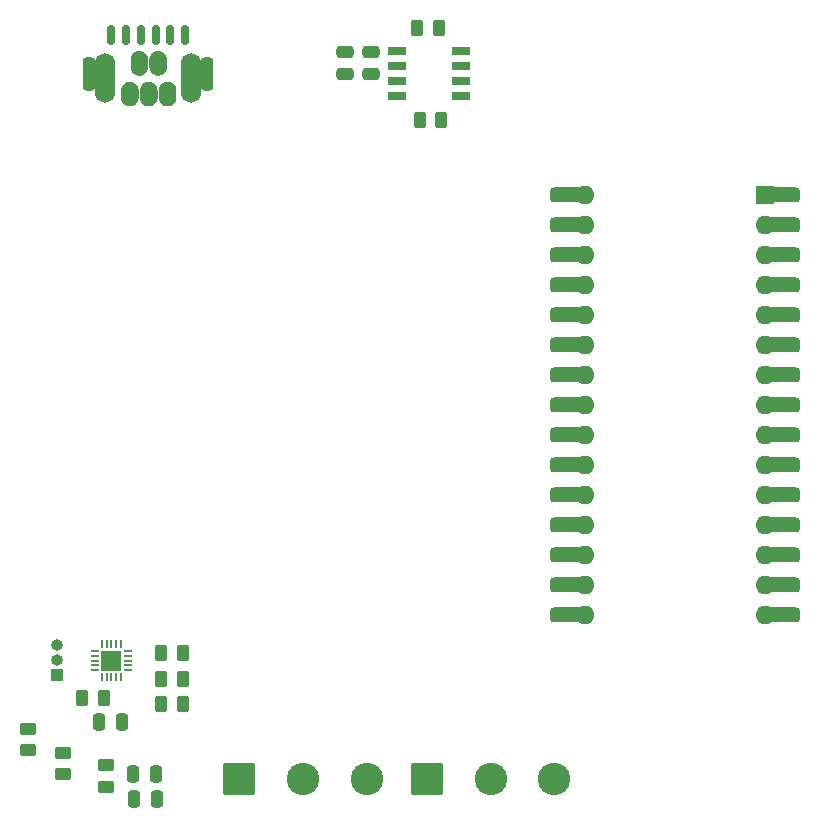
<source format=gbr>
%TF.GenerationSoftware,KiCad,Pcbnew,7.0.7-rc1*%
%TF.CreationDate,2024-04-11T15:56:59-04:00*%
%TF.ProjectId,Moving_PCB,4d6f7669-6e67-45f5-9043-422e6b696361,rev?*%
%TF.SameCoordinates,Original*%
%TF.FileFunction,Soldermask,Bot*%
%TF.FilePolarity,Negative*%
%FSLAX46Y46*%
G04 Gerber Fmt 4.6, Leading zero omitted, Abs format (unit mm)*
G04 Created by KiCad (PCBNEW 7.0.7-rc1) date 2024-04-11 15:56:59*
%MOMM*%
%LPD*%
G01*
G04 APERTURE LIST*
G04 Aperture macros list*
%AMRoundRect*
0 Rectangle with rounded corners*
0 $1 Rounding radius*
0 $2 $3 $4 $5 $6 $7 $8 $9 X,Y pos of 4 corners*
0 Add a 4 corners polygon primitive as box body*
4,1,4,$2,$3,$4,$5,$6,$7,$8,$9,$2,$3,0*
0 Add four circle primitives for the rounded corners*
1,1,$1+$1,$2,$3*
1,1,$1+$1,$4,$5*
1,1,$1+$1,$6,$7*
1,1,$1+$1,$8,$9*
0 Add four rect primitives between the rounded corners*
20,1,$1+$1,$2,$3,$4,$5,0*
20,1,$1+$1,$4,$5,$6,$7,0*
20,1,$1+$1,$6,$7,$8,$9,0*
20,1,$1+$1,$8,$9,$2,$3,0*%
G04 Aperture macros list end*
%ADD10C,0.010000*%
%ADD11R,1.000000X1.000000*%
%ADD12O,1.000000X1.000000*%
%ADD13O,1.704000X4.204000*%
%ADD14RoundRect,0.250000X-1.125000X-1.125000X1.125000X-1.125000X1.125000X1.125000X-1.125000X1.125000X0*%
%ADD15C,2.750000*%
%ADD16RoundRect,0.250000X-0.450000X0.262500X-0.450000X-0.262500X0.450000X-0.262500X0.450000X0.262500X0*%
%ADD17R,1.600000X1.600000*%
%ADD18RoundRect,0.317500X1.112500X0.317500X-1.112500X0.317500X-1.112500X-0.317500X1.112500X-0.317500X0*%
%ADD19O,1.600000X1.600000*%
%ADD20R,1.500000X0.650000*%
%ADD21RoundRect,0.250000X0.475000X-0.250000X0.475000X0.250000X-0.475000X0.250000X-0.475000X-0.250000X0*%
%ADD22RoundRect,0.250000X-0.262500X-0.450000X0.262500X-0.450000X0.262500X0.450000X-0.262500X0.450000X0*%
%ADD23RoundRect,0.250000X0.250000X0.475000X-0.250000X0.475000X-0.250000X-0.475000X0.250000X-0.475000X0*%
%ADD24RoundRect,0.150000X-0.150000X-0.700000X0.150000X-0.700000X0.150000X0.700000X-0.150000X0.700000X0*%
%ADD25RoundRect,0.250000X-0.250000X-1.150000X0.250000X-1.150000X0.250000X1.150000X-0.250000X1.150000X0*%
%ADD26RoundRect,0.250000X0.262500X0.450000X-0.262500X0.450000X-0.262500X-0.450000X0.262500X-0.450000X0*%
%ADD27R,0.203200X0.762000*%
%ADD28R,0.762000X0.203200*%
%ADD29R,1.803400X1.803400*%
G04 APERTURE END LIST*
%TO.C,J7*%
D10*
X122837000Y-62301000D02*
X122873000Y-62304000D01*
X122910000Y-62309000D01*
X122946000Y-62315000D01*
X122981000Y-62324000D01*
X123016000Y-62334000D01*
X123051000Y-62346000D01*
X123085000Y-62361000D01*
X123118000Y-62376000D01*
X123150000Y-62394000D01*
X123181000Y-62413000D01*
X123211000Y-62434000D01*
X123241000Y-62456000D01*
X123268000Y-62480000D01*
X123295000Y-62505000D01*
X123320000Y-62532000D01*
X123344000Y-62559000D01*
X123366000Y-62589000D01*
X123387000Y-62619000D01*
X123406000Y-62650000D01*
X123424000Y-62682000D01*
X123439000Y-62715000D01*
X123454000Y-62749000D01*
X123466000Y-62784000D01*
X123476000Y-62819000D01*
X123485000Y-62854000D01*
X123491000Y-62890000D01*
X123496000Y-62927000D01*
X123499000Y-62963000D01*
X123500000Y-63000000D01*
X123500000Y-63600000D01*
X123499000Y-63637000D01*
X123496000Y-63673000D01*
X123491000Y-63710000D01*
X123485000Y-63746000D01*
X123476000Y-63781000D01*
X123466000Y-63816000D01*
X123454000Y-63851000D01*
X123439000Y-63885000D01*
X123424000Y-63918000D01*
X123406000Y-63950000D01*
X123387000Y-63981000D01*
X123366000Y-64011000D01*
X123344000Y-64041000D01*
X123320000Y-64068000D01*
X123295000Y-64095000D01*
X123268000Y-64120000D01*
X123241000Y-64144000D01*
X123211000Y-64166000D01*
X123181000Y-64187000D01*
X123150000Y-64206000D01*
X123118000Y-64224000D01*
X123085000Y-64239000D01*
X123051000Y-64254000D01*
X123016000Y-64266000D01*
X122981000Y-64276000D01*
X122946000Y-64285000D01*
X122910000Y-64291000D01*
X122873000Y-64296000D01*
X122837000Y-64299000D01*
X122800000Y-64300000D01*
X122763000Y-64299000D01*
X122727000Y-64296000D01*
X122690000Y-64291000D01*
X122654000Y-64285000D01*
X122619000Y-64276000D01*
X122584000Y-64266000D01*
X122549000Y-64254000D01*
X122515000Y-64239000D01*
X122482000Y-64224000D01*
X122450000Y-64206000D01*
X122419000Y-64187000D01*
X122389000Y-64166000D01*
X122359000Y-64144000D01*
X122332000Y-64120000D01*
X122305000Y-64095000D01*
X122280000Y-64068000D01*
X122256000Y-64041000D01*
X122234000Y-64011000D01*
X122213000Y-63981000D01*
X122194000Y-63950000D01*
X122176000Y-63918000D01*
X122161000Y-63885000D01*
X122146000Y-63851000D01*
X122134000Y-63816000D01*
X122124000Y-63781000D01*
X122115000Y-63746000D01*
X122109000Y-63710000D01*
X122104000Y-63673000D01*
X122101000Y-63637000D01*
X122100000Y-63600000D01*
X122100000Y-63000000D01*
X122101000Y-62963000D01*
X122104000Y-62927000D01*
X122109000Y-62890000D01*
X122115000Y-62854000D01*
X122124000Y-62819000D01*
X122134000Y-62784000D01*
X122146000Y-62749000D01*
X122161000Y-62715000D01*
X122176000Y-62682000D01*
X122194000Y-62650000D01*
X122213000Y-62619000D01*
X122234000Y-62589000D01*
X122256000Y-62559000D01*
X122280000Y-62532000D01*
X122305000Y-62505000D01*
X122332000Y-62480000D01*
X122359000Y-62456000D01*
X122389000Y-62434000D01*
X122419000Y-62413000D01*
X122450000Y-62394000D01*
X122482000Y-62376000D01*
X122515000Y-62361000D01*
X122549000Y-62346000D01*
X122584000Y-62334000D01*
X122619000Y-62324000D01*
X122654000Y-62315000D01*
X122690000Y-62309000D01*
X122727000Y-62304000D01*
X122763000Y-62301000D01*
X122800000Y-62300000D01*
X122837000Y-62301000D01*
G36*
X122837000Y-62301000D02*
G01*
X122873000Y-62304000D01*
X122910000Y-62309000D01*
X122946000Y-62315000D01*
X122981000Y-62324000D01*
X123016000Y-62334000D01*
X123051000Y-62346000D01*
X123085000Y-62361000D01*
X123118000Y-62376000D01*
X123150000Y-62394000D01*
X123181000Y-62413000D01*
X123211000Y-62434000D01*
X123241000Y-62456000D01*
X123268000Y-62480000D01*
X123295000Y-62505000D01*
X123320000Y-62532000D01*
X123344000Y-62559000D01*
X123366000Y-62589000D01*
X123387000Y-62619000D01*
X123406000Y-62650000D01*
X123424000Y-62682000D01*
X123439000Y-62715000D01*
X123454000Y-62749000D01*
X123466000Y-62784000D01*
X123476000Y-62819000D01*
X123485000Y-62854000D01*
X123491000Y-62890000D01*
X123496000Y-62927000D01*
X123499000Y-62963000D01*
X123500000Y-63000000D01*
X123500000Y-63600000D01*
X123499000Y-63637000D01*
X123496000Y-63673000D01*
X123491000Y-63710000D01*
X123485000Y-63746000D01*
X123476000Y-63781000D01*
X123466000Y-63816000D01*
X123454000Y-63851000D01*
X123439000Y-63885000D01*
X123424000Y-63918000D01*
X123406000Y-63950000D01*
X123387000Y-63981000D01*
X123366000Y-64011000D01*
X123344000Y-64041000D01*
X123320000Y-64068000D01*
X123295000Y-64095000D01*
X123268000Y-64120000D01*
X123241000Y-64144000D01*
X123211000Y-64166000D01*
X123181000Y-64187000D01*
X123150000Y-64206000D01*
X123118000Y-64224000D01*
X123085000Y-64239000D01*
X123051000Y-64254000D01*
X123016000Y-64266000D01*
X122981000Y-64276000D01*
X122946000Y-64285000D01*
X122910000Y-64291000D01*
X122873000Y-64296000D01*
X122837000Y-64299000D01*
X122800000Y-64300000D01*
X122763000Y-64299000D01*
X122727000Y-64296000D01*
X122690000Y-64291000D01*
X122654000Y-64285000D01*
X122619000Y-64276000D01*
X122584000Y-64266000D01*
X122549000Y-64254000D01*
X122515000Y-64239000D01*
X122482000Y-64224000D01*
X122450000Y-64206000D01*
X122419000Y-64187000D01*
X122389000Y-64166000D01*
X122359000Y-64144000D01*
X122332000Y-64120000D01*
X122305000Y-64095000D01*
X122280000Y-64068000D01*
X122256000Y-64041000D01*
X122234000Y-64011000D01*
X122213000Y-63981000D01*
X122194000Y-63950000D01*
X122176000Y-63918000D01*
X122161000Y-63885000D01*
X122146000Y-63851000D01*
X122134000Y-63816000D01*
X122124000Y-63781000D01*
X122115000Y-63746000D01*
X122109000Y-63710000D01*
X122104000Y-63673000D01*
X122101000Y-63637000D01*
X122100000Y-63600000D01*
X122100000Y-63000000D01*
X122101000Y-62963000D01*
X122104000Y-62927000D01*
X122109000Y-62890000D01*
X122115000Y-62854000D01*
X122124000Y-62819000D01*
X122134000Y-62784000D01*
X122146000Y-62749000D01*
X122161000Y-62715000D01*
X122176000Y-62682000D01*
X122194000Y-62650000D01*
X122213000Y-62619000D01*
X122234000Y-62589000D01*
X122256000Y-62559000D01*
X122280000Y-62532000D01*
X122305000Y-62505000D01*
X122332000Y-62480000D01*
X122359000Y-62456000D01*
X122389000Y-62434000D01*
X122419000Y-62413000D01*
X122450000Y-62394000D01*
X122482000Y-62376000D01*
X122515000Y-62361000D01*
X122549000Y-62346000D01*
X122584000Y-62334000D01*
X122619000Y-62324000D01*
X122654000Y-62315000D01*
X122690000Y-62309000D01*
X122727000Y-62304000D01*
X122763000Y-62301000D01*
X122800000Y-62300000D01*
X122837000Y-62301000D01*
G37*
X122037000Y-59701000D02*
X122073000Y-59704000D01*
X122110000Y-59709000D01*
X122146000Y-59715000D01*
X122181000Y-59724000D01*
X122216000Y-59734000D01*
X122251000Y-59746000D01*
X122285000Y-59761000D01*
X122318000Y-59776000D01*
X122350000Y-59794000D01*
X122381000Y-59813000D01*
X122411000Y-59834000D01*
X122441000Y-59856000D01*
X122468000Y-59880000D01*
X122495000Y-59905000D01*
X122520000Y-59932000D01*
X122544000Y-59959000D01*
X122566000Y-59989000D01*
X122587000Y-60019000D01*
X122606000Y-60050000D01*
X122624000Y-60082000D01*
X122639000Y-60115000D01*
X122654000Y-60149000D01*
X122666000Y-60184000D01*
X122676000Y-60219000D01*
X122685000Y-60254000D01*
X122691000Y-60290000D01*
X122696000Y-60327000D01*
X122699000Y-60363000D01*
X122700000Y-60400000D01*
X122700000Y-61000000D01*
X122699000Y-61037000D01*
X122696000Y-61073000D01*
X122691000Y-61110000D01*
X122685000Y-61146000D01*
X122676000Y-61181000D01*
X122666000Y-61216000D01*
X122654000Y-61251000D01*
X122639000Y-61285000D01*
X122624000Y-61318000D01*
X122606000Y-61350000D01*
X122587000Y-61381000D01*
X122566000Y-61411000D01*
X122544000Y-61441000D01*
X122520000Y-61468000D01*
X122495000Y-61495000D01*
X122468000Y-61520000D01*
X122441000Y-61544000D01*
X122411000Y-61566000D01*
X122381000Y-61587000D01*
X122350000Y-61606000D01*
X122318000Y-61624000D01*
X122285000Y-61639000D01*
X122251000Y-61654000D01*
X122216000Y-61666000D01*
X122181000Y-61676000D01*
X122146000Y-61685000D01*
X122110000Y-61691000D01*
X122073000Y-61696000D01*
X122037000Y-61699000D01*
X122000000Y-61700000D01*
X121963000Y-61699000D01*
X121927000Y-61696000D01*
X121890000Y-61691000D01*
X121854000Y-61685000D01*
X121819000Y-61676000D01*
X121784000Y-61666000D01*
X121749000Y-61654000D01*
X121715000Y-61639000D01*
X121682000Y-61624000D01*
X121650000Y-61606000D01*
X121619000Y-61587000D01*
X121589000Y-61566000D01*
X121559000Y-61544000D01*
X121532000Y-61520000D01*
X121505000Y-61495000D01*
X121480000Y-61468000D01*
X121456000Y-61441000D01*
X121434000Y-61411000D01*
X121413000Y-61381000D01*
X121394000Y-61350000D01*
X121376000Y-61318000D01*
X121361000Y-61285000D01*
X121346000Y-61251000D01*
X121334000Y-61216000D01*
X121324000Y-61181000D01*
X121315000Y-61146000D01*
X121309000Y-61110000D01*
X121304000Y-61073000D01*
X121301000Y-61037000D01*
X121300000Y-61000000D01*
X121300000Y-60400000D01*
X121301000Y-60363000D01*
X121304000Y-60327000D01*
X121309000Y-60290000D01*
X121315000Y-60254000D01*
X121324000Y-60219000D01*
X121334000Y-60184000D01*
X121346000Y-60149000D01*
X121361000Y-60115000D01*
X121376000Y-60082000D01*
X121394000Y-60050000D01*
X121413000Y-60019000D01*
X121434000Y-59989000D01*
X121456000Y-59959000D01*
X121480000Y-59932000D01*
X121505000Y-59905000D01*
X121532000Y-59880000D01*
X121559000Y-59856000D01*
X121589000Y-59834000D01*
X121619000Y-59813000D01*
X121650000Y-59794000D01*
X121682000Y-59776000D01*
X121715000Y-59761000D01*
X121749000Y-59746000D01*
X121784000Y-59734000D01*
X121819000Y-59724000D01*
X121854000Y-59715000D01*
X121890000Y-59709000D01*
X121927000Y-59704000D01*
X121963000Y-59701000D01*
X122000000Y-59700000D01*
X122037000Y-59701000D01*
G36*
X122037000Y-59701000D02*
G01*
X122073000Y-59704000D01*
X122110000Y-59709000D01*
X122146000Y-59715000D01*
X122181000Y-59724000D01*
X122216000Y-59734000D01*
X122251000Y-59746000D01*
X122285000Y-59761000D01*
X122318000Y-59776000D01*
X122350000Y-59794000D01*
X122381000Y-59813000D01*
X122411000Y-59834000D01*
X122441000Y-59856000D01*
X122468000Y-59880000D01*
X122495000Y-59905000D01*
X122520000Y-59932000D01*
X122544000Y-59959000D01*
X122566000Y-59989000D01*
X122587000Y-60019000D01*
X122606000Y-60050000D01*
X122624000Y-60082000D01*
X122639000Y-60115000D01*
X122654000Y-60149000D01*
X122666000Y-60184000D01*
X122676000Y-60219000D01*
X122685000Y-60254000D01*
X122691000Y-60290000D01*
X122696000Y-60327000D01*
X122699000Y-60363000D01*
X122700000Y-60400000D01*
X122700000Y-61000000D01*
X122699000Y-61037000D01*
X122696000Y-61073000D01*
X122691000Y-61110000D01*
X122685000Y-61146000D01*
X122676000Y-61181000D01*
X122666000Y-61216000D01*
X122654000Y-61251000D01*
X122639000Y-61285000D01*
X122624000Y-61318000D01*
X122606000Y-61350000D01*
X122587000Y-61381000D01*
X122566000Y-61411000D01*
X122544000Y-61441000D01*
X122520000Y-61468000D01*
X122495000Y-61495000D01*
X122468000Y-61520000D01*
X122441000Y-61544000D01*
X122411000Y-61566000D01*
X122381000Y-61587000D01*
X122350000Y-61606000D01*
X122318000Y-61624000D01*
X122285000Y-61639000D01*
X122251000Y-61654000D01*
X122216000Y-61666000D01*
X122181000Y-61676000D01*
X122146000Y-61685000D01*
X122110000Y-61691000D01*
X122073000Y-61696000D01*
X122037000Y-61699000D01*
X122000000Y-61700000D01*
X121963000Y-61699000D01*
X121927000Y-61696000D01*
X121890000Y-61691000D01*
X121854000Y-61685000D01*
X121819000Y-61676000D01*
X121784000Y-61666000D01*
X121749000Y-61654000D01*
X121715000Y-61639000D01*
X121682000Y-61624000D01*
X121650000Y-61606000D01*
X121619000Y-61587000D01*
X121589000Y-61566000D01*
X121559000Y-61544000D01*
X121532000Y-61520000D01*
X121505000Y-61495000D01*
X121480000Y-61468000D01*
X121456000Y-61441000D01*
X121434000Y-61411000D01*
X121413000Y-61381000D01*
X121394000Y-61350000D01*
X121376000Y-61318000D01*
X121361000Y-61285000D01*
X121346000Y-61251000D01*
X121334000Y-61216000D01*
X121324000Y-61181000D01*
X121315000Y-61146000D01*
X121309000Y-61110000D01*
X121304000Y-61073000D01*
X121301000Y-61037000D01*
X121300000Y-61000000D01*
X121300000Y-60400000D01*
X121301000Y-60363000D01*
X121304000Y-60327000D01*
X121309000Y-60290000D01*
X121315000Y-60254000D01*
X121324000Y-60219000D01*
X121334000Y-60184000D01*
X121346000Y-60149000D01*
X121361000Y-60115000D01*
X121376000Y-60082000D01*
X121394000Y-60050000D01*
X121413000Y-60019000D01*
X121434000Y-59989000D01*
X121456000Y-59959000D01*
X121480000Y-59932000D01*
X121505000Y-59905000D01*
X121532000Y-59880000D01*
X121559000Y-59856000D01*
X121589000Y-59834000D01*
X121619000Y-59813000D01*
X121650000Y-59794000D01*
X121682000Y-59776000D01*
X121715000Y-59761000D01*
X121749000Y-59746000D01*
X121784000Y-59734000D01*
X121819000Y-59724000D01*
X121854000Y-59715000D01*
X121890000Y-59709000D01*
X121927000Y-59704000D01*
X121963000Y-59701000D01*
X122000000Y-59700000D01*
X122037000Y-59701000D01*
G37*
X121237000Y-62301000D02*
X121273000Y-62304000D01*
X121310000Y-62309000D01*
X121346000Y-62315000D01*
X121381000Y-62324000D01*
X121416000Y-62334000D01*
X121451000Y-62346000D01*
X121485000Y-62361000D01*
X121518000Y-62376000D01*
X121550000Y-62394000D01*
X121581000Y-62413000D01*
X121611000Y-62434000D01*
X121641000Y-62456000D01*
X121668000Y-62480000D01*
X121695000Y-62505000D01*
X121720000Y-62532000D01*
X121744000Y-62559000D01*
X121766000Y-62589000D01*
X121787000Y-62619000D01*
X121806000Y-62650000D01*
X121824000Y-62682000D01*
X121839000Y-62715000D01*
X121854000Y-62749000D01*
X121866000Y-62784000D01*
X121876000Y-62819000D01*
X121885000Y-62854000D01*
X121891000Y-62890000D01*
X121896000Y-62927000D01*
X121899000Y-62963000D01*
X121900000Y-63000000D01*
X121900000Y-63600000D01*
X121899000Y-63637000D01*
X121896000Y-63673000D01*
X121891000Y-63710000D01*
X121885000Y-63746000D01*
X121876000Y-63781000D01*
X121866000Y-63816000D01*
X121854000Y-63851000D01*
X121839000Y-63885000D01*
X121824000Y-63918000D01*
X121806000Y-63950000D01*
X121787000Y-63981000D01*
X121766000Y-64011000D01*
X121744000Y-64041000D01*
X121720000Y-64068000D01*
X121695000Y-64095000D01*
X121668000Y-64120000D01*
X121641000Y-64144000D01*
X121611000Y-64166000D01*
X121581000Y-64187000D01*
X121550000Y-64206000D01*
X121518000Y-64224000D01*
X121485000Y-64239000D01*
X121451000Y-64254000D01*
X121416000Y-64266000D01*
X121381000Y-64276000D01*
X121346000Y-64285000D01*
X121310000Y-64291000D01*
X121273000Y-64296000D01*
X121237000Y-64299000D01*
X121200000Y-64300000D01*
X121163000Y-64299000D01*
X121127000Y-64296000D01*
X121090000Y-64291000D01*
X121054000Y-64285000D01*
X121019000Y-64276000D01*
X120984000Y-64266000D01*
X120949000Y-64254000D01*
X120915000Y-64239000D01*
X120882000Y-64224000D01*
X120850000Y-64206000D01*
X120819000Y-64187000D01*
X120789000Y-64166000D01*
X120759000Y-64144000D01*
X120732000Y-64120000D01*
X120705000Y-64095000D01*
X120680000Y-64068000D01*
X120656000Y-64041000D01*
X120634000Y-64011000D01*
X120613000Y-63981000D01*
X120594000Y-63950000D01*
X120576000Y-63918000D01*
X120561000Y-63885000D01*
X120546000Y-63851000D01*
X120534000Y-63816000D01*
X120524000Y-63781000D01*
X120515000Y-63746000D01*
X120509000Y-63710000D01*
X120504000Y-63673000D01*
X120501000Y-63637000D01*
X120500000Y-63600000D01*
X120500000Y-63000000D01*
X120501000Y-62963000D01*
X120504000Y-62927000D01*
X120509000Y-62890000D01*
X120515000Y-62854000D01*
X120524000Y-62819000D01*
X120534000Y-62784000D01*
X120546000Y-62749000D01*
X120561000Y-62715000D01*
X120576000Y-62682000D01*
X120594000Y-62650000D01*
X120613000Y-62619000D01*
X120634000Y-62589000D01*
X120656000Y-62559000D01*
X120680000Y-62532000D01*
X120705000Y-62505000D01*
X120732000Y-62480000D01*
X120759000Y-62456000D01*
X120789000Y-62434000D01*
X120819000Y-62413000D01*
X120850000Y-62394000D01*
X120882000Y-62376000D01*
X120915000Y-62361000D01*
X120949000Y-62346000D01*
X120984000Y-62334000D01*
X121019000Y-62324000D01*
X121054000Y-62315000D01*
X121090000Y-62309000D01*
X121127000Y-62304000D01*
X121163000Y-62301000D01*
X121200000Y-62300000D01*
X121237000Y-62301000D01*
G36*
X121237000Y-62301000D02*
G01*
X121273000Y-62304000D01*
X121310000Y-62309000D01*
X121346000Y-62315000D01*
X121381000Y-62324000D01*
X121416000Y-62334000D01*
X121451000Y-62346000D01*
X121485000Y-62361000D01*
X121518000Y-62376000D01*
X121550000Y-62394000D01*
X121581000Y-62413000D01*
X121611000Y-62434000D01*
X121641000Y-62456000D01*
X121668000Y-62480000D01*
X121695000Y-62505000D01*
X121720000Y-62532000D01*
X121744000Y-62559000D01*
X121766000Y-62589000D01*
X121787000Y-62619000D01*
X121806000Y-62650000D01*
X121824000Y-62682000D01*
X121839000Y-62715000D01*
X121854000Y-62749000D01*
X121866000Y-62784000D01*
X121876000Y-62819000D01*
X121885000Y-62854000D01*
X121891000Y-62890000D01*
X121896000Y-62927000D01*
X121899000Y-62963000D01*
X121900000Y-63000000D01*
X121900000Y-63600000D01*
X121899000Y-63637000D01*
X121896000Y-63673000D01*
X121891000Y-63710000D01*
X121885000Y-63746000D01*
X121876000Y-63781000D01*
X121866000Y-63816000D01*
X121854000Y-63851000D01*
X121839000Y-63885000D01*
X121824000Y-63918000D01*
X121806000Y-63950000D01*
X121787000Y-63981000D01*
X121766000Y-64011000D01*
X121744000Y-64041000D01*
X121720000Y-64068000D01*
X121695000Y-64095000D01*
X121668000Y-64120000D01*
X121641000Y-64144000D01*
X121611000Y-64166000D01*
X121581000Y-64187000D01*
X121550000Y-64206000D01*
X121518000Y-64224000D01*
X121485000Y-64239000D01*
X121451000Y-64254000D01*
X121416000Y-64266000D01*
X121381000Y-64276000D01*
X121346000Y-64285000D01*
X121310000Y-64291000D01*
X121273000Y-64296000D01*
X121237000Y-64299000D01*
X121200000Y-64300000D01*
X121163000Y-64299000D01*
X121127000Y-64296000D01*
X121090000Y-64291000D01*
X121054000Y-64285000D01*
X121019000Y-64276000D01*
X120984000Y-64266000D01*
X120949000Y-64254000D01*
X120915000Y-64239000D01*
X120882000Y-64224000D01*
X120850000Y-64206000D01*
X120819000Y-64187000D01*
X120789000Y-64166000D01*
X120759000Y-64144000D01*
X120732000Y-64120000D01*
X120705000Y-64095000D01*
X120680000Y-64068000D01*
X120656000Y-64041000D01*
X120634000Y-64011000D01*
X120613000Y-63981000D01*
X120594000Y-63950000D01*
X120576000Y-63918000D01*
X120561000Y-63885000D01*
X120546000Y-63851000D01*
X120534000Y-63816000D01*
X120524000Y-63781000D01*
X120515000Y-63746000D01*
X120509000Y-63710000D01*
X120504000Y-63673000D01*
X120501000Y-63637000D01*
X120500000Y-63600000D01*
X120500000Y-63000000D01*
X120501000Y-62963000D01*
X120504000Y-62927000D01*
X120509000Y-62890000D01*
X120515000Y-62854000D01*
X120524000Y-62819000D01*
X120534000Y-62784000D01*
X120546000Y-62749000D01*
X120561000Y-62715000D01*
X120576000Y-62682000D01*
X120594000Y-62650000D01*
X120613000Y-62619000D01*
X120634000Y-62589000D01*
X120656000Y-62559000D01*
X120680000Y-62532000D01*
X120705000Y-62505000D01*
X120732000Y-62480000D01*
X120759000Y-62456000D01*
X120789000Y-62434000D01*
X120819000Y-62413000D01*
X120850000Y-62394000D01*
X120882000Y-62376000D01*
X120915000Y-62361000D01*
X120949000Y-62346000D01*
X120984000Y-62334000D01*
X121019000Y-62324000D01*
X121054000Y-62315000D01*
X121090000Y-62309000D01*
X121127000Y-62304000D01*
X121163000Y-62301000D01*
X121200000Y-62300000D01*
X121237000Y-62301000D01*
G37*
X120437000Y-59701000D02*
X120473000Y-59704000D01*
X120510000Y-59709000D01*
X120546000Y-59715000D01*
X120581000Y-59724000D01*
X120616000Y-59734000D01*
X120651000Y-59746000D01*
X120685000Y-59761000D01*
X120718000Y-59776000D01*
X120750000Y-59794000D01*
X120781000Y-59813000D01*
X120811000Y-59834000D01*
X120841000Y-59856000D01*
X120868000Y-59880000D01*
X120895000Y-59905000D01*
X120920000Y-59932000D01*
X120944000Y-59959000D01*
X120966000Y-59989000D01*
X120987000Y-60019000D01*
X121006000Y-60050000D01*
X121024000Y-60082000D01*
X121039000Y-60115000D01*
X121054000Y-60149000D01*
X121066000Y-60184000D01*
X121076000Y-60219000D01*
X121085000Y-60254000D01*
X121091000Y-60290000D01*
X121096000Y-60327000D01*
X121099000Y-60363000D01*
X121100000Y-60400000D01*
X121100000Y-61000000D01*
X121099000Y-61037000D01*
X121096000Y-61073000D01*
X121091000Y-61110000D01*
X121085000Y-61146000D01*
X121076000Y-61181000D01*
X121066000Y-61216000D01*
X121054000Y-61251000D01*
X121039000Y-61285000D01*
X121024000Y-61318000D01*
X121006000Y-61350000D01*
X120987000Y-61381000D01*
X120966000Y-61411000D01*
X120944000Y-61441000D01*
X120920000Y-61468000D01*
X120895000Y-61495000D01*
X120868000Y-61520000D01*
X120841000Y-61544000D01*
X120811000Y-61566000D01*
X120781000Y-61587000D01*
X120750000Y-61606000D01*
X120718000Y-61624000D01*
X120685000Y-61639000D01*
X120651000Y-61654000D01*
X120616000Y-61666000D01*
X120581000Y-61676000D01*
X120546000Y-61685000D01*
X120510000Y-61691000D01*
X120473000Y-61696000D01*
X120437000Y-61699000D01*
X120400000Y-61700000D01*
X120363000Y-61699000D01*
X120327000Y-61696000D01*
X120290000Y-61691000D01*
X120254000Y-61685000D01*
X120219000Y-61676000D01*
X120184000Y-61666000D01*
X120149000Y-61654000D01*
X120115000Y-61639000D01*
X120082000Y-61624000D01*
X120050000Y-61606000D01*
X120019000Y-61587000D01*
X119989000Y-61566000D01*
X119959000Y-61544000D01*
X119932000Y-61520000D01*
X119905000Y-61495000D01*
X119880000Y-61468000D01*
X119856000Y-61441000D01*
X119834000Y-61411000D01*
X119813000Y-61381000D01*
X119794000Y-61350000D01*
X119776000Y-61318000D01*
X119761000Y-61285000D01*
X119746000Y-61251000D01*
X119734000Y-61216000D01*
X119724000Y-61181000D01*
X119715000Y-61146000D01*
X119709000Y-61110000D01*
X119704000Y-61073000D01*
X119701000Y-61037000D01*
X119700000Y-61000000D01*
X119700000Y-60400000D01*
X119701000Y-60363000D01*
X119704000Y-60327000D01*
X119709000Y-60290000D01*
X119715000Y-60254000D01*
X119724000Y-60219000D01*
X119734000Y-60184000D01*
X119746000Y-60149000D01*
X119761000Y-60115000D01*
X119776000Y-60082000D01*
X119794000Y-60050000D01*
X119813000Y-60019000D01*
X119834000Y-59989000D01*
X119856000Y-59959000D01*
X119880000Y-59932000D01*
X119905000Y-59905000D01*
X119932000Y-59880000D01*
X119959000Y-59856000D01*
X119989000Y-59834000D01*
X120019000Y-59813000D01*
X120050000Y-59794000D01*
X120082000Y-59776000D01*
X120115000Y-59761000D01*
X120149000Y-59746000D01*
X120184000Y-59734000D01*
X120219000Y-59724000D01*
X120254000Y-59715000D01*
X120290000Y-59709000D01*
X120327000Y-59704000D01*
X120363000Y-59701000D01*
X120400000Y-59700000D01*
X120437000Y-59701000D01*
G36*
X120437000Y-59701000D02*
G01*
X120473000Y-59704000D01*
X120510000Y-59709000D01*
X120546000Y-59715000D01*
X120581000Y-59724000D01*
X120616000Y-59734000D01*
X120651000Y-59746000D01*
X120685000Y-59761000D01*
X120718000Y-59776000D01*
X120750000Y-59794000D01*
X120781000Y-59813000D01*
X120811000Y-59834000D01*
X120841000Y-59856000D01*
X120868000Y-59880000D01*
X120895000Y-59905000D01*
X120920000Y-59932000D01*
X120944000Y-59959000D01*
X120966000Y-59989000D01*
X120987000Y-60019000D01*
X121006000Y-60050000D01*
X121024000Y-60082000D01*
X121039000Y-60115000D01*
X121054000Y-60149000D01*
X121066000Y-60184000D01*
X121076000Y-60219000D01*
X121085000Y-60254000D01*
X121091000Y-60290000D01*
X121096000Y-60327000D01*
X121099000Y-60363000D01*
X121100000Y-60400000D01*
X121100000Y-61000000D01*
X121099000Y-61037000D01*
X121096000Y-61073000D01*
X121091000Y-61110000D01*
X121085000Y-61146000D01*
X121076000Y-61181000D01*
X121066000Y-61216000D01*
X121054000Y-61251000D01*
X121039000Y-61285000D01*
X121024000Y-61318000D01*
X121006000Y-61350000D01*
X120987000Y-61381000D01*
X120966000Y-61411000D01*
X120944000Y-61441000D01*
X120920000Y-61468000D01*
X120895000Y-61495000D01*
X120868000Y-61520000D01*
X120841000Y-61544000D01*
X120811000Y-61566000D01*
X120781000Y-61587000D01*
X120750000Y-61606000D01*
X120718000Y-61624000D01*
X120685000Y-61639000D01*
X120651000Y-61654000D01*
X120616000Y-61666000D01*
X120581000Y-61676000D01*
X120546000Y-61685000D01*
X120510000Y-61691000D01*
X120473000Y-61696000D01*
X120437000Y-61699000D01*
X120400000Y-61700000D01*
X120363000Y-61699000D01*
X120327000Y-61696000D01*
X120290000Y-61691000D01*
X120254000Y-61685000D01*
X120219000Y-61676000D01*
X120184000Y-61666000D01*
X120149000Y-61654000D01*
X120115000Y-61639000D01*
X120082000Y-61624000D01*
X120050000Y-61606000D01*
X120019000Y-61587000D01*
X119989000Y-61566000D01*
X119959000Y-61544000D01*
X119932000Y-61520000D01*
X119905000Y-61495000D01*
X119880000Y-61468000D01*
X119856000Y-61441000D01*
X119834000Y-61411000D01*
X119813000Y-61381000D01*
X119794000Y-61350000D01*
X119776000Y-61318000D01*
X119761000Y-61285000D01*
X119746000Y-61251000D01*
X119734000Y-61216000D01*
X119724000Y-61181000D01*
X119715000Y-61146000D01*
X119709000Y-61110000D01*
X119704000Y-61073000D01*
X119701000Y-61037000D01*
X119700000Y-61000000D01*
X119700000Y-60400000D01*
X119701000Y-60363000D01*
X119704000Y-60327000D01*
X119709000Y-60290000D01*
X119715000Y-60254000D01*
X119724000Y-60219000D01*
X119734000Y-60184000D01*
X119746000Y-60149000D01*
X119761000Y-60115000D01*
X119776000Y-60082000D01*
X119794000Y-60050000D01*
X119813000Y-60019000D01*
X119834000Y-59989000D01*
X119856000Y-59959000D01*
X119880000Y-59932000D01*
X119905000Y-59905000D01*
X119932000Y-59880000D01*
X119959000Y-59856000D01*
X119989000Y-59834000D01*
X120019000Y-59813000D01*
X120050000Y-59794000D01*
X120082000Y-59776000D01*
X120115000Y-59761000D01*
X120149000Y-59746000D01*
X120184000Y-59734000D01*
X120219000Y-59724000D01*
X120254000Y-59715000D01*
X120290000Y-59709000D01*
X120327000Y-59704000D01*
X120363000Y-59701000D01*
X120400000Y-59700000D01*
X120437000Y-59701000D01*
G37*
X119637000Y-62301000D02*
X119673000Y-62304000D01*
X119710000Y-62309000D01*
X119746000Y-62315000D01*
X119781000Y-62324000D01*
X119816000Y-62334000D01*
X119851000Y-62346000D01*
X119885000Y-62361000D01*
X119918000Y-62376000D01*
X119950000Y-62394000D01*
X119981000Y-62413000D01*
X120011000Y-62434000D01*
X120041000Y-62456000D01*
X120068000Y-62480000D01*
X120095000Y-62505000D01*
X120120000Y-62532000D01*
X120144000Y-62559000D01*
X120166000Y-62589000D01*
X120187000Y-62619000D01*
X120206000Y-62650000D01*
X120224000Y-62682000D01*
X120239000Y-62715000D01*
X120254000Y-62749000D01*
X120266000Y-62784000D01*
X120276000Y-62819000D01*
X120285000Y-62854000D01*
X120291000Y-62890000D01*
X120296000Y-62927000D01*
X120299000Y-62963000D01*
X120300000Y-63000000D01*
X120300000Y-63600000D01*
X120299000Y-63637000D01*
X120296000Y-63673000D01*
X120291000Y-63710000D01*
X120285000Y-63746000D01*
X120276000Y-63781000D01*
X120266000Y-63816000D01*
X120254000Y-63851000D01*
X120239000Y-63885000D01*
X120224000Y-63918000D01*
X120206000Y-63950000D01*
X120187000Y-63981000D01*
X120166000Y-64011000D01*
X120144000Y-64041000D01*
X120120000Y-64068000D01*
X120095000Y-64095000D01*
X120068000Y-64120000D01*
X120041000Y-64144000D01*
X120011000Y-64166000D01*
X119981000Y-64187000D01*
X119950000Y-64206000D01*
X119918000Y-64224000D01*
X119885000Y-64239000D01*
X119851000Y-64254000D01*
X119816000Y-64266000D01*
X119781000Y-64276000D01*
X119746000Y-64285000D01*
X119710000Y-64291000D01*
X119673000Y-64296000D01*
X119637000Y-64299000D01*
X119600000Y-64300000D01*
X119563000Y-64299000D01*
X119527000Y-64296000D01*
X119490000Y-64291000D01*
X119454000Y-64285000D01*
X119419000Y-64276000D01*
X119384000Y-64266000D01*
X119349000Y-64254000D01*
X119315000Y-64239000D01*
X119282000Y-64224000D01*
X119250000Y-64206000D01*
X119219000Y-64187000D01*
X119189000Y-64166000D01*
X119159000Y-64144000D01*
X119132000Y-64120000D01*
X119105000Y-64095000D01*
X119080000Y-64068000D01*
X119056000Y-64041000D01*
X119034000Y-64011000D01*
X119013000Y-63981000D01*
X118994000Y-63950000D01*
X118976000Y-63918000D01*
X118961000Y-63885000D01*
X118946000Y-63851000D01*
X118934000Y-63816000D01*
X118924000Y-63781000D01*
X118915000Y-63746000D01*
X118909000Y-63710000D01*
X118904000Y-63673000D01*
X118901000Y-63637000D01*
X118900000Y-63600000D01*
X118900000Y-63000000D01*
X118901000Y-62963000D01*
X118904000Y-62927000D01*
X118909000Y-62890000D01*
X118915000Y-62854000D01*
X118924000Y-62819000D01*
X118934000Y-62784000D01*
X118946000Y-62749000D01*
X118961000Y-62715000D01*
X118976000Y-62682000D01*
X118994000Y-62650000D01*
X119013000Y-62619000D01*
X119034000Y-62589000D01*
X119056000Y-62559000D01*
X119080000Y-62532000D01*
X119105000Y-62505000D01*
X119132000Y-62480000D01*
X119159000Y-62456000D01*
X119189000Y-62434000D01*
X119219000Y-62413000D01*
X119250000Y-62394000D01*
X119282000Y-62376000D01*
X119315000Y-62361000D01*
X119349000Y-62346000D01*
X119384000Y-62334000D01*
X119419000Y-62324000D01*
X119454000Y-62315000D01*
X119490000Y-62309000D01*
X119527000Y-62304000D01*
X119563000Y-62301000D01*
X119600000Y-62300000D01*
X119637000Y-62301000D01*
G36*
X119637000Y-62301000D02*
G01*
X119673000Y-62304000D01*
X119710000Y-62309000D01*
X119746000Y-62315000D01*
X119781000Y-62324000D01*
X119816000Y-62334000D01*
X119851000Y-62346000D01*
X119885000Y-62361000D01*
X119918000Y-62376000D01*
X119950000Y-62394000D01*
X119981000Y-62413000D01*
X120011000Y-62434000D01*
X120041000Y-62456000D01*
X120068000Y-62480000D01*
X120095000Y-62505000D01*
X120120000Y-62532000D01*
X120144000Y-62559000D01*
X120166000Y-62589000D01*
X120187000Y-62619000D01*
X120206000Y-62650000D01*
X120224000Y-62682000D01*
X120239000Y-62715000D01*
X120254000Y-62749000D01*
X120266000Y-62784000D01*
X120276000Y-62819000D01*
X120285000Y-62854000D01*
X120291000Y-62890000D01*
X120296000Y-62927000D01*
X120299000Y-62963000D01*
X120300000Y-63000000D01*
X120300000Y-63600000D01*
X120299000Y-63637000D01*
X120296000Y-63673000D01*
X120291000Y-63710000D01*
X120285000Y-63746000D01*
X120276000Y-63781000D01*
X120266000Y-63816000D01*
X120254000Y-63851000D01*
X120239000Y-63885000D01*
X120224000Y-63918000D01*
X120206000Y-63950000D01*
X120187000Y-63981000D01*
X120166000Y-64011000D01*
X120144000Y-64041000D01*
X120120000Y-64068000D01*
X120095000Y-64095000D01*
X120068000Y-64120000D01*
X120041000Y-64144000D01*
X120011000Y-64166000D01*
X119981000Y-64187000D01*
X119950000Y-64206000D01*
X119918000Y-64224000D01*
X119885000Y-64239000D01*
X119851000Y-64254000D01*
X119816000Y-64266000D01*
X119781000Y-64276000D01*
X119746000Y-64285000D01*
X119710000Y-64291000D01*
X119673000Y-64296000D01*
X119637000Y-64299000D01*
X119600000Y-64300000D01*
X119563000Y-64299000D01*
X119527000Y-64296000D01*
X119490000Y-64291000D01*
X119454000Y-64285000D01*
X119419000Y-64276000D01*
X119384000Y-64266000D01*
X119349000Y-64254000D01*
X119315000Y-64239000D01*
X119282000Y-64224000D01*
X119250000Y-64206000D01*
X119219000Y-64187000D01*
X119189000Y-64166000D01*
X119159000Y-64144000D01*
X119132000Y-64120000D01*
X119105000Y-64095000D01*
X119080000Y-64068000D01*
X119056000Y-64041000D01*
X119034000Y-64011000D01*
X119013000Y-63981000D01*
X118994000Y-63950000D01*
X118976000Y-63918000D01*
X118961000Y-63885000D01*
X118946000Y-63851000D01*
X118934000Y-63816000D01*
X118924000Y-63781000D01*
X118915000Y-63746000D01*
X118909000Y-63710000D01*
X118904000Y-63673000D01*
X118901000Y-63637000D01*
X118900000Y-63600000D01*
X118900000Y-63000000D01*
X118901000Y-62963000D01*
X118904000Y-62927000D01*
X118909000Y-62890000D01*
X118915000Y-62854000D01*
X118924000Y-62819000D01*
X118934000Y-62784000D01*
X118946000Y-62749000D01*
X118961000Y-62715000D01*
X118976000Y-62682000D01*
X118994000Y-62650000D01*
X119013000Y-62619000D01*
X119034000Y-62589000D01*
X119056000Y-62559000D01*
X119080000Y-62532000D01*
X119105000Y-62505000D01*
X119132000Y-62480000D01*
X119159000Y-62456000D01*
X119189000Y-62434000D01*
X119219000Y-62413000D01*
X119250000Y-62394000D01*
X119282000Y-62376000D01*
X119315000Y-62361000D01*
X119349000Y-62346000D01*
X119384000Y-62334000D01*
X119419000Y-62324000D01*
X119454000Y-62315000D01*
X119490000Y-62309000D01*
X119527000Y-62304000D01*
X119563000Y-62301000D01*
X119600000Y-62300000D01*
X119637000Y-62301000D01*
G37*
%TD*%
D11*
%TO.C,J2*%
X113500000Y-112500000D03*
D12*
X113500000Y-111230000D03*
X113500000Y-109960000D03*
%TD*%
D13*
%TO.C,J7*%
X124850000Y-62000000D03*
X117550000Y-62000000D03*
%TD*%
D14*
%TO.C,J8*%
X128900000Y-121360000D03*
D15*
X134300000Y-121360000D03*
X139700000Y-121360000D03*
%TD*%
D14*
%TO.C,J6*%
X144780000Y-121360000D03*
D15*
X150180000Y-121360000D03*
X155580000Y-121360000D03*
%TD*%
D16*
%TO.C,R1*%
X117600000Y-120175000D03*
X117600000Y-122000000D03*
%TD*%
D17*
%TO.C,A1*%
X173425000Y-71890000D03*
D18*
X174925000Y-71890000D03*
D19*
X173425000Y-74430000D03*
D18*
X174925000Y-74430000D03*
D19*
X173425000Y-76970000D03*
D18*
X174925000Y-76970000D03*
D19*
X173425000Y-79510000D03*
D18*
X174925000Y-79510000D03*
D19*
X173425000Y-82050000D03*
D18*
X174925000Y-82050000D03*
D19*
X173425000Y-84590000D03*
D18*
X174925000Y-84590000D03*
D19*
X173425000Y-87130000D03*
D18*
X174925000Y-87130000D03*
D19*
X173425000Y-89670000D03*
D18*
X174925000Y-89670000D03*
D19*
X173425000Y-92210000D03*
D18*
X174925000Y-92210000D03*
D19*
X173425000Y-94750000D03*
D18*
X174925000Y-94750000D03*
D19*
X173425000Y-97290000D03*
D18*
X174925000Y-97290000D03*
D19*
X173425000Y-99830000D03*
D18*
X174925000Y-99830000D03*
D19*
X173425000Y-102370000D03*
D18*
X174925000Y-102370000D03*
D19*
X173425000Y-104910000D03*
D18*
X174925000Y-104910000D03*
D19*
X173425000Y-107450000D03*
D18*
X174925000Y-107450000D03*
X156685000Y-107450000D03*
D19*
X158185000Y-107450000D03*
D18*
X156685000Y-104910000D03*
D19*
X158185000Y-104910000D03*
D18*
X156685000Y-102370000D03*
D19*
X158185000Y-102370000D03*
D18*
X156685000Y-99830000D03*
D19*
X158185000Y-99830000D03*
D18*
X156685000Y-97290000D03*
D19*
X158185000Y-97290000D03*
D18*
X156685000Y-94750000D03*
D19*
X158185000Y-94750000D03*
D18*
X156685000Y-92210000D03*
D19*
X158185000Y-92210000D03*
D18*
X156685000Y-89670000D03*
D19*
X158185000Y-89670000D03*
D18*
X156685000Y-87130000D03*
D19*
X158185000Y-87130000D03*
D18*
X156685000Y-84590000D03*
D19*
X158185000Y-84590000D03*
D18*
X156685000Y-82050000D03*
D19*
X158185000Y-82050000D03*
D18*
X156685000Y-79510000D03*
D19*
X158185000Y-79510000D03*
D18*
X156685000Y-76970000D03*
D19*
X158185000Y-76970000D03*
D18*
X156685000Y-74430000D03*
D19*
X158185000Y-74430000D03*
D18*
X156685000Y-71890000D03*
D19*
X158185000Y-71890000D03*
%TD*%
D20*
%TO.C,IC1*%
X142300000Y-63505000D03*
X142300000Y-62235000D03*
X142300000Y-60965000D03*
X142300000Y-59695000D03*
X147700000Y-59695000D03*
X147700000Y-60965000D03*
X147700000Y-62235000D03*
X147700000Y-63505000D03*
%TD*%
D21*
%TO.C,C5*%
X140100000Y-61655000D03*
X140100000Y-59755000D03*
%TD*%
D22*
%TO.C,R6*%
X122275000Y-115000000D03*
X124100000Y-115000000D03*
%TD*%
D23*
%TO.C,C3*%
X121850000Y-120900000D03*
X119950000Y-120900000D03*
%TD*%
D16*
%TO.C,R2*%
X114000000Y-119087500D03*
X114000000Y-120912500D03*
%TD*%
D24*
%TO.C,J3*%
X118075000Y-58300000D03*
X119325000Y-58300000D03*
X120575000Y-58300000D03*
X121825000Y-58300000D03*
X123075000Y-58300000D03*
X124325000Y-58300000D03*
D25*
X116225000Y-61650000D03*
X126175000Y-61650000D03*
%TD*%
D26*
%TO.C,R9*%
X145812500Y-57705000D03*
X143987500Y-57705000D03*
%TD*%
D16*
%TO.C,R3*%
X111000000Y-117087500D03*
X111000000Y-118912500D03*
%TD*%
D27*
%TO.C,U1*%
X117277599Y-109877601D03*
X117677601Y-109877601D03*
X118077600Y-109877601D03*
X118477599Y-109877601D03*
X118877601Y-109877601D03*
D28*
X119500000Y-110500000D03*
X119500000Y-110900002D03*
X119500000Y-111300001D03*
X119500000Y-111700000D03*
X119500000Y-112100002D03*
D27*
X118877601Y-112722401D03*
X118477599Y-112722401D03*
X118077600Y-112722401D03*
X117677601Y-112722401D03*
X117277599Y-112722401D03*
D28*
X116655200Y-112100002D03*
X116655200Y-111700000D03*
X116655200Y-111300001D03*
X116655200Y-110900002D03*
X116655200Y-110500000D03*
D29*
X118077600Y-111300001D03*
%TD*%
D22*
%TO.C,R7*%
X115587500Y-114500000D03*
X117412500Y-114500000D03*
%TD*%
D23*
%TO.C,C2*%
X121900000Y-123000000D03*
X120000000Y-123000000D03*
%TD*%
D26*
%TO.C,R8*%
X146012500Y-65505000D03*
X144187500Y-65505000D03*
%TD*%
D21*
%TO.C,C4*%
X137900000Y-61655000D03*
X137900000Y-59755000D03*
%TD*%
D22*
%TO.C,R4*%
X122300000Y-110700000D03*
X124125000Y-110700000D03*
%TD*%
%TO.C,R5*%
X122300000Y-112900000D03*
X124125000Y-112900000D03*
%TD*%
D23*
%TO.C,C1*%
X118950000Y-116500000D03*
X117050000Y-116500000D03*
%TD*%
M02*

</source>
